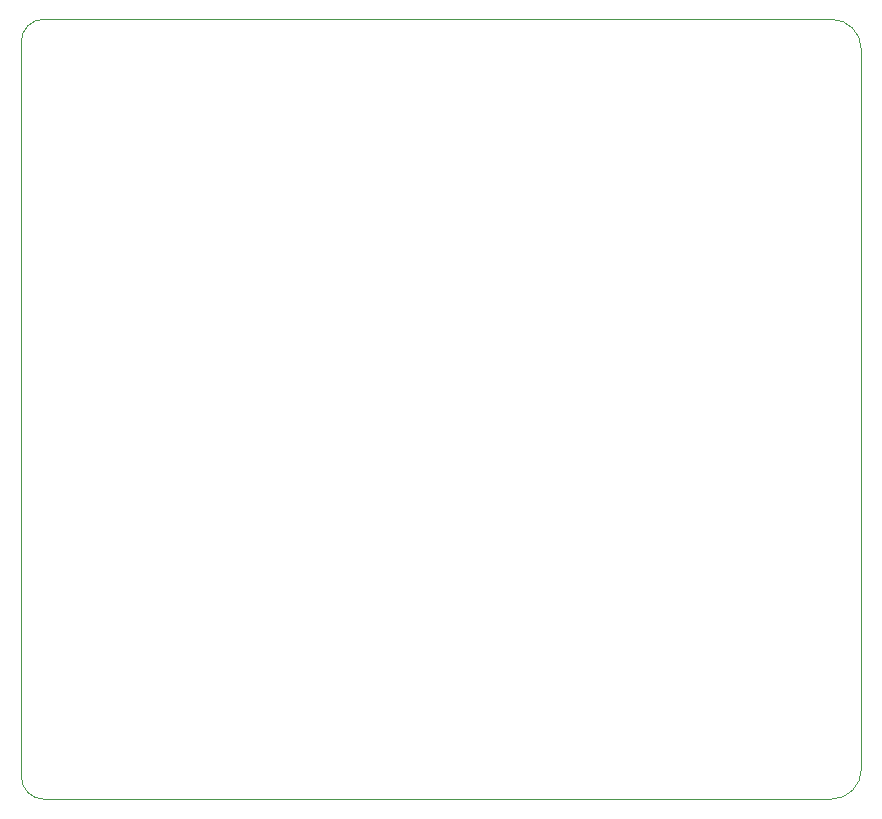
<source format=gbr>
G04 #@! TF.GenerationSoftware,KiCad,Pcbnew,(5.1.9)-1*
G04 #@! TF.CreationDate,2023-04-15T15:35:37-07:00*
G04 #@! TF.ProjectId,RELAYC,52454c41-5943-42e6-9b69-6361645f7063,rev?*
G04 #@! TF.SameCoordinates,Original*
G04 #@! TF.FileFunction,Profile,NP*
%FSLAX46Y46*%
G04 Gerber Fmt 4.6, Leading zero omitted, Abs format (unit mm)*
G04 Created by KiCad (PCBNEW (5.1.9)-1) date 2023-04-15 15:35:37*
%MOMM*%
%LPD*%
G01*
G04 APERTURE LIST*
G04 #@! TA.AperFunction,Profile*
%ADD10C,0.050000*%
G04 #@! TD*
G04 APERTURE END LIST*
D10*
X132080000Y-60325000D02*
G75*
G02*
X134620000Y-62865000I0J-2540000D01*
G01*
X134620000Y-123825000D02*
G75*
G02*
X132080000Y-126365000I-2540000J0D01*
G01*
X65405000Y-126365000D02*
G75*
G02*
X63500000Y-124460000I0J1905000D01*
G01*
X63500000Y-62230000D02*
G75*
G02*
X65405000Y-60325000I1905000J0D01*
G01*
X63500000Y-124460000D02*
X63500000Y-62230000D01*
X132080000Y-126365000D02*
X65405000Y-126365000D01*
X134620000Y-62865000D02*
X134620000Y-123825000D01*
X65405000Y-60325000D02*
X132080000Y-60325000D01*
M02*

</source>
